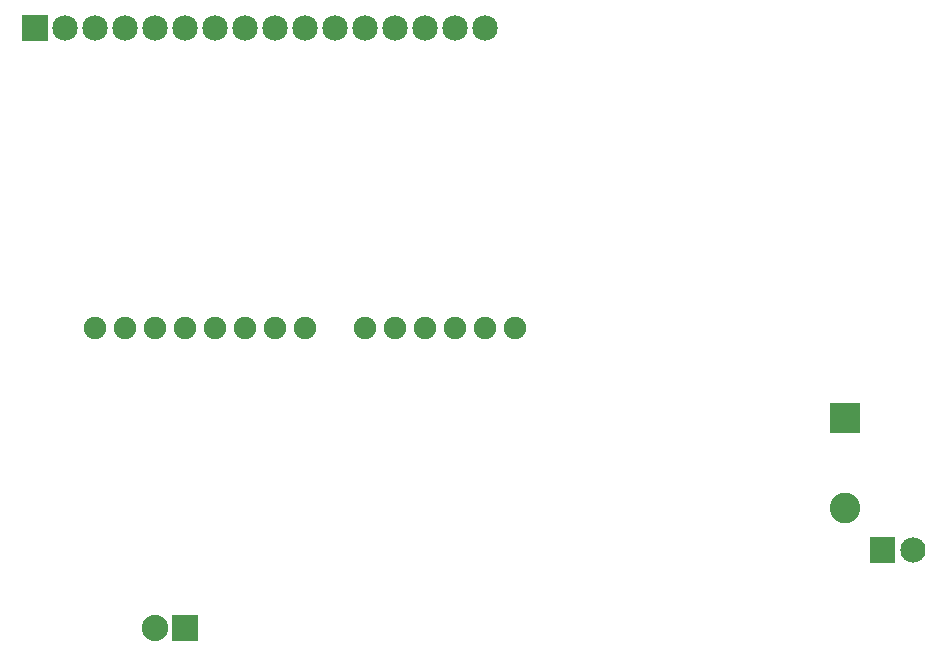
<source format=gbs>
G04 MADE WITH FRITZING*
G04 WWW.FRITZING.ORG*
G04 DOUBLE SIDED*
G04 HOLES PLATED*
G04 CONTOUR ON CENTER OF CONTOUR VECTOR*
%ASAXBY*%
%FSLAX23Y23*%
%MOIN*%
%OFA0B0*%
%SFA1.0B1.0*%
%ADD10C,0.085000*%
%ADD11C,0.075278*%
%ADD12C,0.084000*%
%ADD13C,0.088000*%
%ADD14C,0.102000*%
%ADD15R,0.085000X0.085000*%
%ADD16R,0.088000X0.088000*%
%ADD17R,0.102000X0.102000*%
%ADD18R,0.001000X0.001000*%
%LNMASK0*%
G90*
G70*
G54D10*
X344Y2089D03*
X444Y2089D03*
X544Y2089D03*
X644Y2089D03*
X744Y2089D03*
X844Y2089D03*
X944Y2089D03*
X1044Y2089D03*
X1144Y2089D03*
X1244Y2089D03*
X1344Y2089D03*
X1444Y2089D03*
X1544Y2089D03*
X1644Y2089D03*
X1744Y2089D03*
X1844Y2089D03*
G54D11*
X1544Y1089D03*
X1644Y1089D03*
X1744Y1089D03*
X1844Y1089D03*
X1944Y1089D03*
X644Y1089D03*
X544Y1089D03*
X744Y1089D03*
X844Y1089D03*
X944Y1089D03*
X1044Y1089D03*
X1144Y1089D03*
X1244Y1089D03*
X1444Y1089D03*
G54D12*
X3169Y349D03*
X3269Y349D03*
G54D13*
X844Y89D03*
X744Y89D03*
G54D14*
X3044Y789D03*
X3044Y489D03*
G54D15*
X344Y2089D03*
G54D16*
X844Y89D03*
G54D17*
X3044Y789D03*
G54D18*
X3127Y391D02*
X3210Y391D01*
X3127Y390D02*
X3210Y390D01*
X3127Y389D02*
X3210Y389D01*
X3127Y388D02*
X3210Y388D01*
X3127Y387D02*
X3210Y387D01*
X3127Y386D02*
X3210Y386D01*
X3127Y385D02*
X3210Y385D01*
X3127Y384D02*
X3210Y384D01*
X3127Y383D02*
X3210Y383D01*
X3127Y382D02*
X3210Y382D01*
X3127Y381D02*
X3210Y381D01*
X3127Y380D02*
X3210Y380D01*
X3127Y379D02*
X3210Y379D01*
X3127Y378D02*
X3210Y378D01*
X3127Y377D02*
X3210Y377D01*
X3127Y376D02*
X3210Y376D01*
X3127Y375D02*
X3210Y375D01*
X3127Y374D02*
X3210Y374D01*
X3127Y373D02*
X3210Y373D01*
X3127Y372D02*
X3210Y372D01*
X3127Y371D02*
X3210Y371D01*
X3127Y370D02*
X3210Y370D01*
X3127Y369D02*
X3210Y369D01*
X3127Y368D02*
X3210Y368D01*
X3127Y367D02*
X3210Y367D01*
X3127Y366D02*
X3210Y366D01*
X3127Y365D02*
X3210Y365D01*
X3127Y364D02*
X3165Y364D01*
X3172Y364D02*
X3210Y364D01*
X3127Y363D02*
X3162Y363D01*
X3175Y363D02*
X3210Y363D01*
X3127Y362D02*
X3160Y362D01*
X3177Y362D02*
X3210Y362D01*
X3127Y361D02*
X3159Y361D01*
X3178Y361D02*
X3210Y361D01*
X3127Y360D02*
X3157Y360D01*
X3179Y360D02*
X3210Y360D01*
X3127Y359D02*
X3156Y359D01*
X3180Y359D02*
X3210Y359D01*
X3127Y358D02*
X3156Y358D01*
X3181Y358D02*
X3210Y358D01*
X3127Y357D02*
X3155Y357D01*
X3182Y357D02*
X3210Y357D01*
X3127Y356D02*
X3154Y356D01*
X3182Y356D02*
X3210Y356D01*
X3127Y355D02*
X3154Y355D01*
X3183Y355D02*
X3210Y355D01*
X3127Y354D02*
X3154Y354D01*
X3183Y354D02*
X3210Y354D01*
X3127Y353D02*
X3153Y353D01*
X3183Y353D02*
X3210Y353D01*
X3127Y352D02*
X3153Y352D01*
X3184Y352D02*
X3210Y352D01*
X3127Y351D02*
X3153Y351D01*
X3184Y351D02*
X3210Y351D01*
X3127Y350D02*
X3153Y350D01*
X3184Y350D02*
X3210Y350D01*
X3127Y349D02*
X3153Y349D01*
X3184Y349D02*
X3210Y349D01*
X3127Y348D02*
X3153Y348D01*
X3184Y348D02*
X3210Y348D01*
X3127Y347D02*
X3153Y347D01*
X3184Y347D02*
X3210Y347D01*
X3127Y346D02*
X3153Y346D01*
X3184Y346D02*
X3210Y346D01*
X3127Y345D02*
X3153Y345D01*
X3183Y345D02*
X3210Y345D01*
X3127Y344D02*
X3154Y344D01*
X3183Y344D02*
X3210Y344D01*
X3127Y343D02*
X3154Y343D01*
X3183Y343D02*
X3210Y343D01*
X3127Y342D02*
X3155Y342D01*
X3182Y342D02*
X3210Y342D01*
X3127Y341D02*
X3155Y341D01*
X3181Y341D02*
X3210Y341D01*
X3127Y340D02*
X3156Y340D01*
X3181Y340D02*
X3210Y340D01*
X3127Y339D02*
X3157Y339D01*
X3180Y339D02*
X3210Y339D01*
X3127Y338D02*
X3158Y338D01*
X3179Y338D02*
X3210Y338D01*
X3127Y337D02*
X3159Y337D01*
X3177Y337D02*
X3210Y337D01*
X3127Y336D02*
X3161Y336D01*
X3176Y336D02*
X3210Y336D01*
X3127Y335D02*
X3163Y335D01*
X3173Y335D02*
X3210Y335D01*
X3127Y334D02*
X3210Y334D01*
X3127Y333D02*
X3210Y333D01*
X3127Y332D02*
X3210Y332D01*
X3127Y331D02*
X3210Y331D01*
X3127Y330D02*
X3210Y330D01*
X3127Y329D02*
X3210Y329D01*
X3127Y328D02*
X3210Y328D01*
X3127Y327D02*
X3210Y327D01*
X3127Y326D02*
X3210Y326D01*
X3127Y325D02*
X3210Y325D01*
X3127Y324D02*
X3210Y324D01*
X3127Y323D02*
X3210Y323D01*
X3127Y322D02*
X3210Y322D01*
X3127Y321D02*
X3210Y321D01*
X3127Y320D02*
X3210Y320D01*
X3127Y319D02*
X3210Y319D01*
X3127Y318D02*
X3210Y318D01*
X3127Y317D02*
X3210Y317D01*
X3127Y316D02*
X3210Y316D01*
X3127Y315D02*
X3210Y315D01*
X3127Y314D02*
X3210Y314D01*
X3127Y313D02*
X3210Y313D01*
X3127Y312D02*
X3210Y312D01*
X3127Y311D02*
X3210Y311D01*
X3127Y310D02*
X3210Y310D01*
X3127Y309D02*
X3210Y309D01*
X3127Y308D02*
X3210Y308D01*
D02*
G04 End of Mask0*
M02*
</source>
